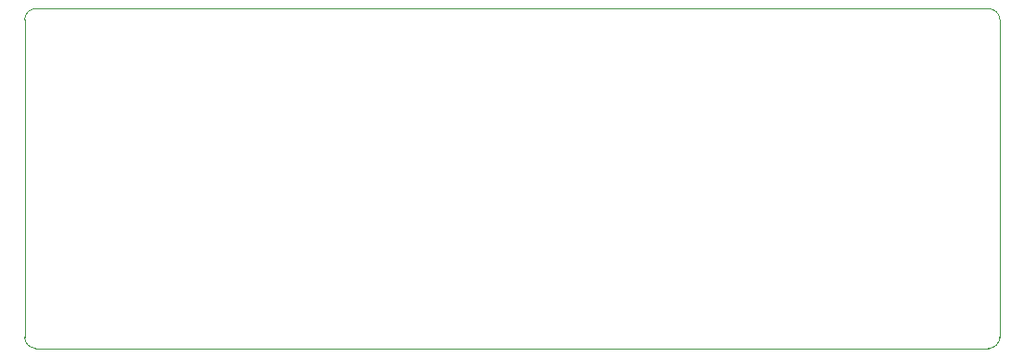
<source format=gbr>
G04 #@! TF.GenerationSoftware,KiCad,Pcbnew,(5.1.5)-3*
G04 #@! TF.CreationDate,2020-02-22T19:23:44-05:00*
G04 #@! TF.ProjectId,Dofleini-controller-STM32,446f666c-6569-46e6-992d-636f6e74726f,rev?*
G04 #@! TF.SameCoordinates,Original*
G04 #@! TF.FileFunction,Profile,NP*
%FSLAX46Y46*%
G04 Gerber Fmt 4.6, Leading zero omitted, Abs format (unit mm)*
G04 Created by KiCad (PCBNEW (5.1.5)-3) date 2020-02-22 19:23:44*
%MOMM*%
%LPD*%
G04 APERTURE LIST*
%ADD10C,0.050000*%
G04 APERTURE END LIST*
D10*
X-45000000Y18000000D02*
X42000000Y18000000D01*
X-46000000Y-12000000D02*
X-46000000Y17000000D01*
X42000000Y-13000000D02*
X-45000000Y-13000000D01*
X43000000Y17000000D02*
X43000000Y-12000000D01*
X43000000Y-12000000D02*
G75*
G02X42000000Y-13000000I-1000000J0D01*
G01*
X42000000Y18000000D02*
G75*
G02X43000000Y17000000I0J-1000000D01*
G01*
X-46000000Y17000000D02*
G75*
G02X-45000000Y18000000I1000000J0D01*
G01*
X-45000000Y-13000000D02*
G75*
G02X-46000000Y-12000000I0J1000000D01*
G01*
M02*

</source>
